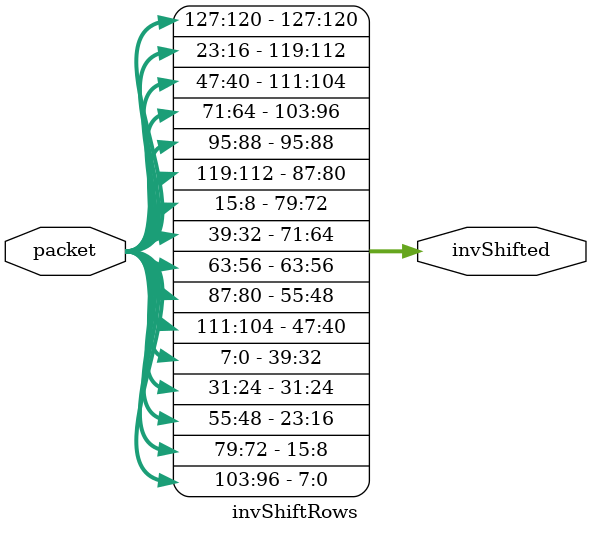
<source format=sv>
`timescale 1ns / 100ps

module invShiftRows
(
	input logic [127:0] packet,
	output logic [127:0] invShifted
);

assign invShifted[127:96] = {packet[127:120], packet[23:16], packet[47:40], packet[71:64]};
assign invShifted[95:64] = {packet[95:88], packet[119:112], packet[15:8], packet[39:32]};
assign invShifted[63:32] = {packet[63:56], packet[87:80], packet[111:104], packet[7:0]};
assign invShifted[31:0] = {packet[31:24], packet[55:48], packet[79:72], packet[103:96]};

endmodule

</source>
